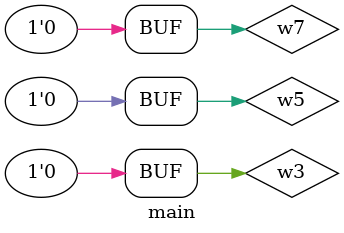
<source format=v>

module main;    //: root_module
supply0 w7;    //: /sn:0 {0}(663,372)(663,362)(648,362)(648,393)(639,393)(639,403){1}
supply0 w3;    //: /sn:0 {0}(928,270)(928,255)(899,255)(899,283){1}
supply0 w5;    //: /sn:0 {0}(881,564)(881,466){1}
wire w6;    //: /sn:0 /dp:1 {0}(899,359)(899,339)(899,339)(899,331){1}
wire w13;    //: /sn:0 {0}(556,377)(629,377)(629,403){1}
wire [31:0] w4;    //: /sn:0 {0}(1192,479)(1192,439)(898,439){1}
wire [31:0] w0;    //: /sn:0 {0}(885,323)(787,323)(787,349){1}
wire w12;    //: /sn:0 /dp:1 {0}(634,479)(634,541)(582,541){1}
wire [31:0] w8;    //: /sn:0 {0}(644,441)(686,441){1}
//: {2}(690,441)(863,441){3}
//: {4}(688,439)(688,291)(885,291){5}
wire [31:0] w2;    //: /sn:0 /dp:1 {0}(914,307)(976,307)(976,232)(592,232)(592,441)(623,441){1}
//: enddecls

  clock g8 (.Z(w12));   //: @(569,541) /sn:0 /w:[ 1 ] /omega:2000 /phi:0 /duty:50
  //: switch g4 (w13) @(539,377) /sn:0 /w:[ 0 ] /st:0
  register g3 (.Q(w8), .D(w2), .EN(w7), .CLR(w13), .CK(w12));   //: @(634,441) /sn:0 /R:1 /w:[ 0 1 1 1 0 ]
  rom g2 (.A(w8), .D(w4), .OE(w5));   //: @(881,440) /sn:0 /w:[ 3 1 1 ]
  led g1 (.I(w4));   //: @(1192,486) /sn:0 /R:2 /w:[ 0 ] /type:3
  led g10 (.I(w6));   //: @(899,366) /sn:0 /R:2 /w:[ 0 ] /type:0
  //: supply0 g6 (w3) @(928,276) /sn:0 /w:[ 0 ]
  //: joint g9 (w8) @(688, 441) /w:[ 2 4 1 -1 ]
  //: dip g7 (w0) @(787,360) /sn:0 /R:2 /w:[ 1 ] /st:0
  //: supply0 g11 (w7) @(663,378) /sn:0 /w:[ 0 ]
  //: supply0 g5 (w5) @(881,570) /sn:0 /w:[ 0 ]
  add g0 (.A(w0), .B(w8), .S(w2), .CI(w3), .CO(w6));   //: @(901,307) /sn:0 /R:1 /w:[ 0 5 0 1 1 ]

endmodule

</source>
